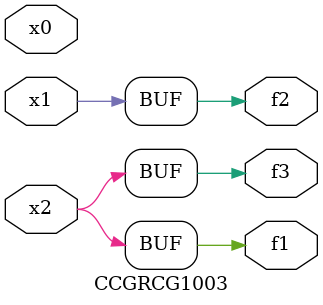
<source format=v>
module CCGRCG1003(
	input x0, x1, x2,
	output f1, f2, f3
);
	assign f1 = x2;
	assign f2 = x1;
	assign f3 = x2;
endmodule

</source>
